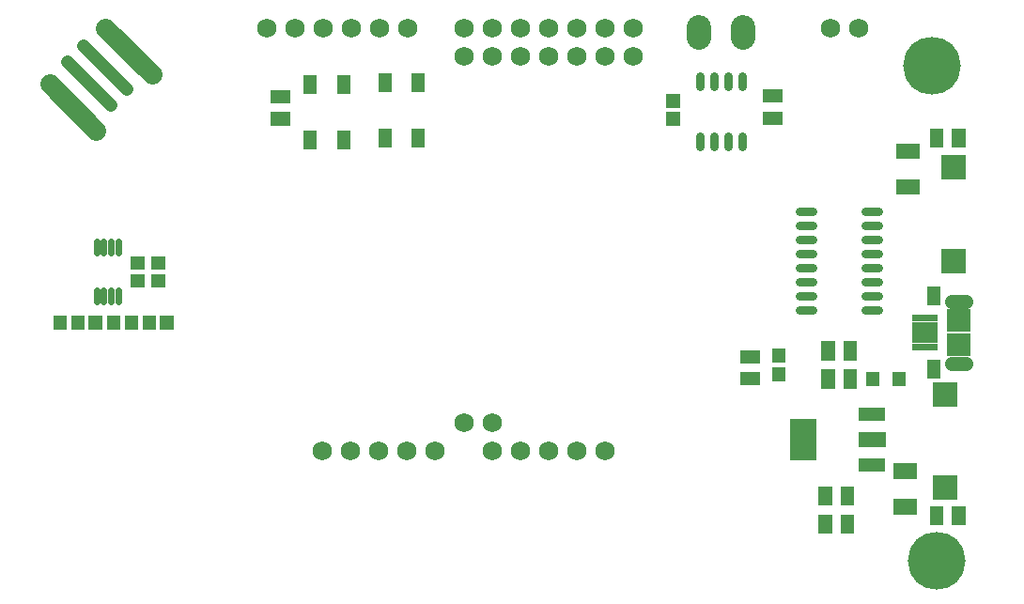
<source format=gts>
G04 Layer: TopSolderMaskLayer*
G04 EasyEDA v6.3.53, 2020-06-27T20:36:22+08:00*
G04 98c1c5add3144ec4b26582b9c50f015c,0271aa7b776e406f8d319a2d24a91b4c,10*
G04 Gerber Generator version 0.2*
G04 Scale: 100 percent, Rotated: No, Reflected: No *
G04 Dimensions in millimeters *
G04 leading zeros omitted , absolute positions ,3 integer and 3 decimal *
%FSLAX33Y33*%
%MOMM*%
G90*
G71D02*

%ADD49C,0.603199*%
%ADD50C,0.803199*%
%ADD51C,1.803197*%
%ADD52C,1.203198*%
%ADD53C,1.303198*%
%ADD54C,2.203196*%
%ADD55C,5.203190*%
%ADD65C,1.727200*%
%ADD67R,2.403196X3.703193*%
%ADD68R,2.403196X1.303198*%

%LPD*%
G54D49*
G01X7578Y32179D02*
G01X7578Y33229D01*
G01X6928Y32179D02*
G01X6928Y33229D01*
G01X6278Y32179D02*
G01X6278Y33229D01*
G01X5628Y32179D02*
G01X5628Y33229D01*
G01X5628Y27780D02*
G01X5628Y28830D01*
G01X6278Y27780D02*
G01X6278Y28830D01*
G01X6929Y27780D02*
G01X6929Y28830D01*
G01X7579Y27780D02*
G01X7579Y28830D01*
G54D50*
G01X74933Y27059D02*
G01X76133Y27059D01*
G01X74933Y28329D02*
G01X76133Y28329D01*
G01X74933Y29599D02*
G01X76133Y29599D01*
G01X74933Y30869D02*
G01X76133Y30869D01*
G01X74933Y32139D02*
G01X76133Y32139D01*
G01X74933Y33409D02*
G01X76133Y33409D01*
G01X74933Y34679D02*
G01X76133Y34679D01*
G01X74933Y35949D02*
G01X76133Y35949D01*
G01X68990Y27059D02*
G01X70190Y27059D01*
G01X68990Y28329D02*
G01X70190Y28329D01*
G01X68990Y29599D02*
G01X70190Y29599D01*
G01X68990Y30869D02*
G01X70190Y30869D01*
G01X68990Y32139D02*
G01X70190Y32139D01*
G01X68990Y33409D02*
G01X70190Y33409D01*
G01X68990Y34679D02*
G01X70190Y34679D01*
G01X68990Y35949D02*
G01X70190Y35949D01*
G54D51*
G01X10622Y48279D02*
G01X6450Y52451D01*
G01X5593Y43250D02*
G01X1421Y47422D01*
G54D52*
G01X8325Y46984D02*
G01X4436Y50873D01*
G01X6888Y45547D02*
G01X2999Y49436D01*
G54D53*
G01X82708Y27852D02*
G01X84008Y27852D01*
G01X82708Y22203D02*
G01X84008Y22203D01*
G54D50*
G01X63799Y47246D02*
G01X63799Y48166D01*
G01X62529Y47246D02*
G01X62529Y48166D01*
G01X61259Y47246D02*
G01X61259Y48166D01*
G01X59989Y47246D02*
G01X59989Y48166D01*
G01X63799Y41767D02*
G01X63799Y42687D01*
G01X62529Y41767D02*
G01X62529Y42687D01*
G01X61259Y41767D02*
G01X61259Y42687D01*
G01X59989Y41767D02*
G01X59989Y42687D01*
G54D54*
G01X63926Y52578D02*
G01X63926Y51578D01*
G01X59926Y52578D02*
G01X59926Y51578D01*
G54D55*
G01X80944Y49030D03*
G01X81325Y4453D03*
G36*
G01X11360Y25281D02*
G01X11360Y26585D01*
G01X12564Y26585D01*
G01X12564Y25281D01*
G01X11360Y25281D01*
G37*
G36*
G01X9760Y25281D02*
G01X9760Y26585D01*
G01X10964Y26585D01*
G01X10964Y25281D01*
G01X9760Y25281D01*
G37*
G36*
G01X8160Y25281D02*
G01X8160Y26585D01*
G01X9364Y26585D01*
G01X9364Y25281D01*
G01X8160Y25281D01*
G37*
G36*
G01X4962Y25281D02*
G01X4962Y26585D01*
G01X6163Y26585D01*
G01X6163Y25281D01*
G01X4962Y25281D01*
G37*
G36*
G01X6560Y25281D02*
G01X6560Y26585D01*
G01X7764Y26585D01*
G01X7764Y25281D01*
G01X6560Y25281D01*
G37*
G36*
G01X8160Y25281D02*
G01X8160Y26585D01*
G01X9364Y26585D01*
G01X9364Y25281D01*
G01X8160Y25281D01*
G37*
G36*
G01X4929Y25264D02*
G01X4929Y26569D01*
G01X6133Y26569D01*
G01X6133Y25264D01*
G01X4929Y25264D01*
G37*
G36*
G01X3329Y25264D02*
G01X3329Y26569D01*
G01X4533Y26569D01*
G01X4533Y25264D01*
G01X3329Y25264D01*
G37*
G36*
G01X1729Y25264D02*
G01X1729Y26569D01*
G01X2932Y26569D01*
G01X2932Y25264D01*
G01X1729Y25264D01*
G37*
G36*
G01X10568Y29086D02*
G01X10568Y30290D01*
G01X11873Y30290D01*
G01X11873Y29086D01*
G01X10568Y29086D01*
G37*
G36*
G01X10568Y30687D02*
G01X10568Y31891D01*
G01X11873Y31891D01*
G01X11873Y30687D01*
G01X10568Y30687D01*
G37*
G36*
G01X8663Y29086D02*
G01X8663Y30290D01*
G01X9968Y30290D01*
G01X9968Y29086D01*
G01X8663Y29086D01*
G37*
G36*
G01X8663Y30687D02*
G01X8663Y31891D01*
G01X9968Y31891D01*
G01X9968Y30687D01*
G01X8663Y30687D01*
G37*
G36*
G01X81746Y30395D02*
G01X81746Y32597D01*
G01X83951Y32597D01*
G01X83951Y30395D01*
G01X81746Y30395D01*
G37*
G36*
G01X81746Y38794D02*
G01X81746Y40996D01*
G01X83951Y40996D01*
G01X83951Y38794D01*
G01X81746Y38794D01*
G37*
G36*
G01X80984Y18347D02*
G01X80984Y20549D01*
G01X83189Y20549D01*
G01X83189Y18347D01*
G01X80984Y18347D01*
G37*
G36*
G01X80984Y9948D02*
G01X80984Y12150D01*
G01X83189Y12150D01*
G01X83189Y9948D01*
G01X80984Y9948D01*
G37*
G36*
G01X79155Y23425D02*
G01X79155Y24029D01*
G01X81459Y24029D01*
G01X81459Y23425D01*
G01X79155Y23425D01*
G37*
G36*
G01X79155Y24075D02*
G01X79155Y24680D01*
G01X81459Y24680D01*
G01X81459Y24075D01*
G01X79155Y24075D01*
G37*
G36*
G01X79155Y24725D02*
G01X79155Y25330D01*
G01X81459Y25330D01*
G01X81459Y24725D01*
G01X79155Y24725D01*
G37*
G36*
G01X79155Y25375D02*
G01X79155Y25980D01*
G01X81459Y25980D01*
G01X81459Y25375D01*
G01X79155Y25375D01*
G37*
G36*
G01X79155Y26026D02*
G01X79155Y26630D01*
G01X81459Y26630D01*
G01X81459Y26026D01*
G01X79155Y26026D01*
G37*
G36*
G01X80507Y20877D02*
G01X80507Y22579D01*
G01X81708Y22579D01*
G01X81708Y20877D01*
G01X80507Y20877D01*
G37*
G36*
G01X80507Y27476D02*
G01X80507Y29178D01*
G01X81708Y29178D01*
G01X81708Y27476D01*
G01X80507Y27476D01*
G37*
G36*
G01X82305Y22876D02*
G01X82305Y24979D01*
G01X84408Y24979D01*
G01X84408Y22876D01*
G01X82305Y22876D01*
G37*
G36*
G01X82305Y25076D02*
G01X82305Y27179D01*
G01X84408Y27179D01*
G01X84408Y25076D01*
G01X82305Y25076D01*
G37*
G36*
G01X66504Y20608D02*
G01X66504Y21903D01*
G01X67697Y21903D01*
G01X67697Y20608D01*
G01X66504Y20608D01*
G37*
G36*
G01X66504Y22310D02*
G01X66504Y23605D01*
G01X67697Y23605D01*
G01X67697Y22310D01*
G01X66504Y22310D01*
G37*
G36*
G01X70959Y22500D02*
G01X70959Y24253D01*
G01X72163Y24253D01*
G01X72163Y22500D01*
G01X70959Y22500D01*
G37*
G36*
G01X72960Y22500D02*
G01X72960Y24253D01*
G01X74164Y24253D01*
G01X74164Y22500D01*
G01X72960Y22500D01*
G37*
G36*
G01X70959Y19960D02*
G01X70959Y21713D01*
G01X72163Y21713D01*
G01X72163Y19960D01*
G01X70959Y19960D01*
G37*
G36*
G01X72960Y19960D02*
G01X72960Y21713D01*
G01X74164Y21713D01*
G01X74164Y19960D01*
G01X72960Y19960D01*
G37*
G36*
G01X70705Y9419D02*
G01X70705Y11172D01*
G01X71909Y11172D01*
G01X71909Y9419D01*
G01X70705Y9419D01*
G37*
G36*
G01X72706Y9419D02*
G01X72706Y11172D01*
G01X73910Y11172D01*
G01X73910Y9419D01*
G01X72706Y9419D01*
G37*
G36*
G01X70705Y6879D02*
G01X70705Y8632D01*
G01X71909Y8632D01*
G01X71909Y6879D01*
G01X70705Y6879D01*
G37*
G36*
G01X72706Y6879D02*
G01X72706Y8632D01*
G01X73910Y8632D01*
G01X73910Y6879D01*
G01X72706Y6879D01*
G37*
G36*
G01X21330Y45683D02*
G01X21330Y46887D01*
G01X23082Y46887D01*
G01X23082Y45683D01*
G01X21330Y45683D01*
G37*
G36*
G01X21330Y43681D02*
G01X21330Y44885D01*
G01X23082Y44885D01*
G01X23082Y43681D01*
G01X21330Y43681D01*
G37*
G36*
G01X65716Y45746D02*
G01X65716Y46950D01*
G01X67469Y46950D01*
G01X67469Y45746D01*
G01X65716Y45746D01*
G37*
G36*
G01X65716Y43745D02*
G01X65716Y44949D01*
G01X67469Y44949D01*
G01X67469Y43745D01*
G01X65716Y43745D01*
G37*
G36*
G01X80738Y41677D02*
G01X80738Y43430D01*
G01X81942Y43430D01*
G01X81942Y41677D01*
G01X80738Y41677D01*
G37*
G36*
G01X82739Y41677D02*
G01X82739Y43430D01*
G01X83943Y43430D01*
G01X83943Y41677D01*
G01X82739Y41677D01*
G37*
G36*
G01X80738Y7641D02*
G01X80738Y9394D01*
G01X81942Y9394D01*
G01X81942Y7641D01*
G01X80738Y7641D01*
G37*
G36*
G01X82739Y7641D02*
G01X82739Y9394D01*
G01X83943Y9394D01*
G01X83943Y7641D01*
G01X82739Y7641D01*
G37*
G36*
G01X63684Y22251D02*
G01X63684Y23455D01*
G01X65437Y23455D01*
G01X65437Y22251D01*
G01X63684Y22251D01*
G37*
G36*
G01X63684Y20250D02*
G01X63684Y21454D01*
G01X65437Y21454D01*
G01X65437Y20250D01*
G01X63684Y20250D01*
G37*
G54D65*
G01X38780Y16899D03*
G01X41320Y16899D03*
G01X28620Y52459D03*
G01X26080Y52459D03*
G01X71800Y52459D03*
G01X74340Y52459D03*
G01X51480Y52459D03*
G01X54020Y52459D03*
G01X33700Y52459D03*
G01X31160Y52459D03*
G01X25953Y14359D03*
G01X28493Y14359D03*
G01X31033Y14359D03*
G01X33573Y14359D03*
G01X36113Y14359D03*
G01X41320Y14359D03*
G01X43860Y14359D03*
G01X46400Y14359D03*
G01X48940Y14359D03*
G01X51480Y14359D03*
G01X48940Y49919D03*
G01X46400Y49919D03*
G01X43860Y49919D03*
G01X41320Y49919D03*
G01X38780Y49919D03*
G01X48940Y52459D03*
G01X46400Y52459D03*
G01X43860Y52459D03*
G01X41320Y52459D03*
G01X38780Y52459D03*
G36*
G01X31027Y41680D02*
G01X31027Y43382D01*
G01X32229Y43382D01*
G01X32229Y41680D01*
G01X31027Y41680D01*
G37*
G36*
G01X34027Y41680D02*
G01X34027Y43382D01*
G01X35229Y43382D01*
G01X35229Y41680D01*
G01X34027Y41680D01*
G37*
G36*
G01X34027Y46678D02*
G01X34027Y48383D01*
G01X35229Y48383D01*
G01X35229Y46678D01*
G01X34027Y46678D01*
G37*
G36*
G01X31027Y46678D02*
G01X31027Y48383D01*
G01X32229Y48383D01*
G01X32229Y46678D01*
G01X31027Y46678D01*
G37*
G36*
G01X24296Y41553D02*
G01X24296Y43255D01*
G01X25498Y43255D01*
G01X25498Y41553D01*
G01X24296Y41553D01*
G37*
G36*
G01X27296Y41553D02*
G01X27296Y43255D01*
G01X28498Y43255D01*
G01X28498Y41553D01*
G01X27296Y41553D01*
G37*
G36*
G01X27296Y46551D02*
G01X27296Y48256D01*
G01X28498Y48256D01*
G01X28498Y46551D01*
G01X27296Y46551D01*
G37*
G36*
G01X24296Y46551D02*
G01X24296Y48256D01*
G01X25498Y48256D01*
G01X25498Y46551D01*
G01X24296Y46551D01*
G37*
G36*
G01X77352Y20235D02*
G01X77352Y21438D01*
G01X78553Y21438D01*
G01X78553Y20235D01*
G01X77352Y20235D01*
G37*
G36*
G01X74952Y20235D02*
G01X74952Y21438D01*
G01X76153Y21438D01*
G01X76153Y20235D01*
G01X74952Y20235D01*
G37*
G54D67*
G01X69336Y15375D03*
G54D68*
G01X75533Y17675D03*
G36*
G01X74332Y14723D02*
G01X74332Y16028D01*
G01X76735Y16028D01*
G01X76735Y14723D01*
G01X74332Y14723D01*
G37*
G01X75533Y13076D03*
G36*
G01X56923Y45292D02*
G01X56923Y46496D01*
G01X58228Y46496D01*
G01X58228Y45292D01*
G01X56923Y45292D01*
G37*
G36*
G01X56923Y43691D02*
G01X56923Y44895D01*
G01X58228Y44895D01*
G01X58228Y43691D01*
G01X56923Y43691D01*
G37*
G36*
G01X77733Y37458D02*
G01X77733Y38860D01*
G01X79836Y38860D01*
G01X79836Y37458D01*
G01X77733Y37458D01*
G37*
G36*
G01X77733Y40659D02*
G01X77733Y42061D01*
G01X79836Y42061D01*
G01X79836Y40659D01*
G01X77733Y40659D01*
G37*
G36*
G01X77479Y11830D02*
G01X77479Y13232D01*
G01X79582Y13232D01*
G01X79582Y11830D01*
G01X77479Y11830D01*
G37*
G36*
G01X77479Y8629D02*
G01X77479Y10031D01*
G01X79582Y10031D01*
G01X79582Y8629D01*
G01X77479Y8629D01*
G37*
G54D65*
G01X23540Y52459D03*
G01X21000Y52459D03*
G01X51480Y49919D03*
G01X54020Y49919D03*
M00*
M02*

</source>
